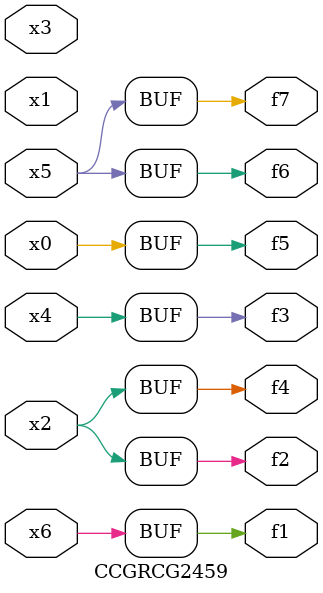
<source format=v>
module CCGRCG2459(
	input x0, x1, x2, x3, x4, x5, x6,
	output f1, f2, f3, f4, f5, f6, f7
);
	assign f1 = x6;
	assign f2 = x2;
	assign f3 = x4;
	assign f4 = x2;
	assign f5 = x0;
	assign f6 = x5;
	assign f7 = x5;
endmodule

</source>
